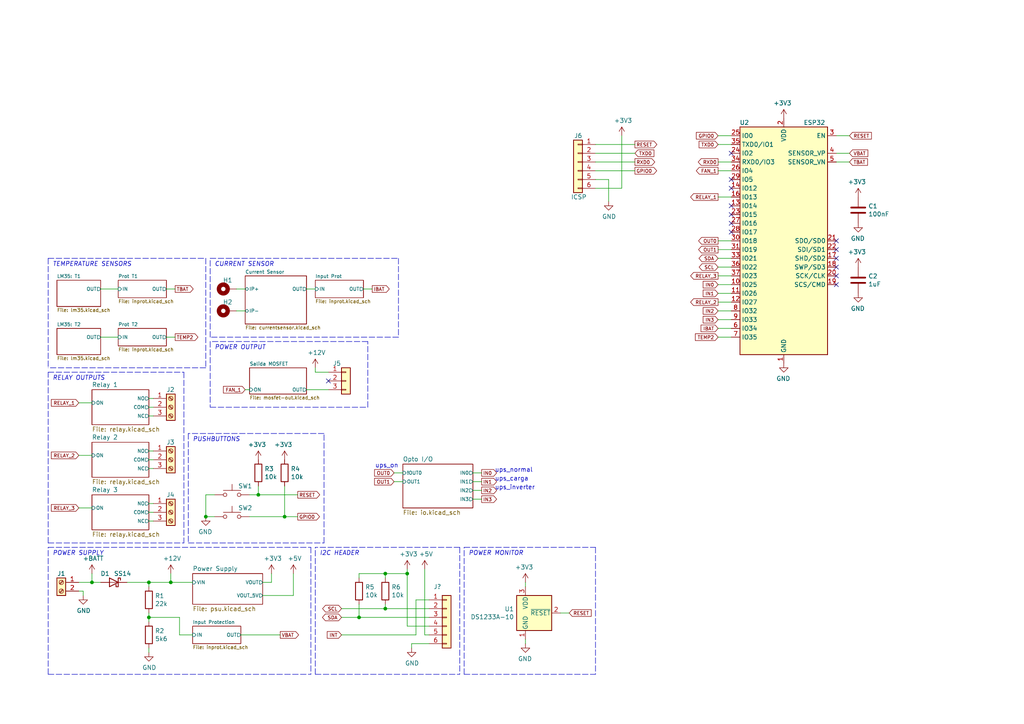
<source format=kicad_sch>
(kicad_sch (version 20211123) (generator eeschema)
  (paper "A4")
  (title_block (title "ESP32-PLC") (date "2023-04-28") (rev "0.1") (comment 1 "https://github.com/enriquewph/esp-plc"))
  (lib_symbols
    (symbol "Connector:Screw_Terminal_01x02" (pin_names (offset 1.016) hide)
      (property "Reference" "J" (at 0 2.54 0))
      (property "Value" "Screw_Terminal_01x02" (at 0 -5.08 0))
      (symbol "Screw_Terminal_01x02_1_1"
        (rectangle (start -1.27 1.27) (end 1.27 -3.81) (stroke (width 0.254)) (fill (type background)))
        (circle (center 0 -2.54) (radius 0.635) (stroke (width 0.1524)))
        (polyline (pts (xy -0.5334 -2.2098) (xy 0.3302 -3.048)) (stroke (width 0.1524)))
        (polyline (pts (xy -0.5334 0.3302) (xy 0.3302 -0.508)) (stroke (width 0.1524)))
        (polyline (pts (xy -0.3556 -2.032) (xy 0.508 -2.8702)) (stroke (width 0.1524)))
        (polyline (pts (xy -0.3556 0.508) (xy 0.508 -0.3302)) (stroke (width 0.1524)))
        (circle (center 0 0) (radius 0.635) (stroke (width 0.1524)))
        (pin passive line (at -5.08 0 0) (length 3.81) (name "Pin_1") (number "1"))
        (pin passive line (at -5.08 -2.54 0) (length 3.81) (name "Pin_2") (number "2"))
      )
    )
    (symbol "Connector:Screw_Terminal_01x03" (pin_names (offset 1.016) hide)
      (property "Reference" "J" (at 0 5.08 0))
      (property "Value" "Screw_Terminal_01x03" (at 0 -5.08 0))
      (symbol "Screw_Terminal_01x03_1_1"
        (rectangle (start -1.27 3.81) (end 1.27 -3.81) (stroke (width 0.254)) (fill (type background)))
        (circle (center 0 -2.54) (radius 0.635) (stroke (width 0.1524)))
        (polyline (pts (xy -0.5334 -2.2098) (xy 0.3302 -3.048)) (stroke (width 0.1524)))
        (polyline (pts (xy -0.5334 0.3302) (xy 0.3302 -0.508)) (stroke (width 0.1524)))
        (polyline (pts (xy -0.5334 2.8702) (xy 0.3302 2.032)) (stroke (width 0.1524)))
        (polyline (pts (xy -0.3556 -2.032) (xy 0.508 -2.8702)) (stroke (width 0.1524)))
        (polyline (pts (xy -0.3556 0.508) (xy 0.508 -0.3302)) (stroke (width 0.1524)))
        (polyline (pts (xy -0.3556 3.048) (xy 0.508 2.2098)) (stroke (width 0.1524)))
        (circle (center 0 0) (radius 0.635) (stroke (width 0.1524)))
        (circle (center 0 2.54) (radius 0.635) (stroke (width 0.1524)))
        (pin passive line (at -5.08 2.54 0) (length 3.81) (name "Pin_1") (number "1"))
        (pin passive line (at -5.08 0 0) (length 3.81) (name "Pin_2") (number "2"))
        (pin passive line (at -5.08 -2.54 0) (length 3.81) (name "Pin_3") (number "3"))
      )
    )
    (symbol "Connector_Generic:Conn_01x03" (pin_names (offset 1.016) hide)
      (property "Reference" "J" (at 0 5.08 0))
      (property "Value" "Conn_01x03" (at 0 -5.08 0))
      (symbol "Conn_01x03_1_1"
        (rectangle (start -1.27 -2.413) (end 0 -2.667) (stroke (width 0.1524)))
        (rectangle (start -1.27 0.127) (end 0 -0.127) (stroke (width 0.1524)))
        (rectangle (start -1.27 2.667) (end 0 2.413) (stroke (width 0.1524)))
        (rectangle (start -1.27 3.81) (end 1.27 -3.81) (stroke (width 0.254)) (fill (type background)))
        (pin passive line (at -5.08 2.54 0) (length 3.81) (name "Pin_1") (number "1"))
        (pin passive line (at -5.08 0 0) (length 3.81) (name "Pin_2") (number "2"))
        (pin passive line (at -5.08 -2.54 0) (length 3.81) (name "Pin_3") (number "3"))
      )
    )
    (symbol "Connector_Generic:Conn_01x06" (pin_names (offset 1.016) hide)
      (property "Reference" "J" (at 0 7.62 0))
      (property "Value" "Conn_01x06" (at 0 -10.16 0))
      (symbol "Conn_01x06_1_1"
        (rectangle (start -1.27 -7.493) (end 0 -7.747) (stroke (width 0.1524)))
        (rectangle (start -1.27 -4.953) (end 0 -5.207) (stroke (width 0.1524)))
        (rectangle (start -1.27 -2.413) (end 0 -2.667) (stroke (width 0.1524)))
        (rectangle (start -1.27 0.127) (end 0 -0.127) (stroke (width 0.1524)))
        (rectangle (start -1.27 2.667) (end 0 2.413) (stroke (width 0.1524)))
        (rectangle (start -1.27 5.207) (end 0 4.953) (stroke (width 0.1524)))
        (rectangle (start -1.27 6.35) (end 1.27 -8.89) (stroke (width 0.254)) (fill (type background)))
        (pin passive line (at -5.08 5.08 0) (length 3.81) (name "Pin_1") (number "1"))
        (pin passive line (at -5.08 2.54 0) (length 3.81) (name "Pin_2") (number "2"))
        (pin passive line (at -5.08 0 0) (length 3.81) (name "Pin_3") (number "3"))
        (pin passive line (at -5.08 -2.54 0) (length 3.81) (name "Pin_4") (number "4"))
        (pin passive line (at -5.08 -5.08 0) (length 3.81) (name "Pin_5") (number "5"))
        (pin passive line (at -5.08 -7.62 0) (length 3.81) (name "Pin_6") (number "6"))
      )
    )
    (symbol "Device:C" (pin_numbers hide) (pin_names (offset 0.254))
      (property "Reference" "C" (at 0.635 2.54 0))
      (property "Value" "C" (at 0.635 -2.54 0))
      (symbol "C_0_1"
        (polyline (pts (xy -2.032 -0.762) (xy 2.032 -0.762)) (stroke (width 0.508)))
        (polyline (pts (xy -2.032 0.762) (xy 2.032 0.762)) (stroke (width 0.508)))
      )
      (symbol "C_1_1"
        (pin passive line (at 0 3.81 270) (length 2.794) (name "~") (number "1"))
        (pin passive line (at 0 -3.81 90) (length 2.794) (name "~") (number "2"))
      )
    )
    (symbol "Device:R" (pin_numbers hide) (pin_names (offset 0))
      (property "Reference" "R" (at 2.032 0 90))
      (property "Value" "R" (at 0 0 90))
      (symbol "R_0_1"
        (rectangle (start -1.016 -2.54) (end 1.016 2.54) (stroke (width 0.254)))
      )
      (symbol "R_1_1"
        (pin passive line (at 0 3.81 270) (length 1.27) (name "~") (number "1"))
        (pin passive line (at 0 -3.81 90) (length 1.27) (name "~") (number "2"))
      )
    )
    (symbol "Diode:B140-E3" (pin_numbers hide) (pin_names hide)
      (property "Reference" "D" (at 0 2.54 0))
      (property "Value" "B140-E3" (at 0 -2.54 0))
      (symbol "B140-E3_0_1"
        (polyline (pts (xy 1.27 0) (xy -1.27 0)))
        (polyline (pts (xy 1.27 1.27) (xy 1.27 -1.27) (xy -1.27 0) (xy 1.27 1.27)) (stroke (width 0.254)))
        (polyline (pts (xy -1.905 0.635) (xy -1.905 1.27) (xy -1.27 1.27) (xy -1.27 -1.27) (xy -0.635 -1.27) (xy -0.635 -0.635)) (stroke (width 0.254)))
      )
      (symbol "B140-E3_1_1"
        (pin passive line (at -3.81 0 0) (length 2.54) (name "K") (number "1"))
        (pin passive line (at 3.81 0 180) (length 2.54) (name "A") (number "2"))
      )
    )
    (symbol "Mechanical:MountingHole_Pad" (pin_numbers hide) (pin_names (offset 1.016) hide)
      (property "Reference" "H" (at 0 6.35 0))
      (property "Value" "MountingHole_Pad" (at 0 4.445 0))
      (symbol "MountingHole_Pad_0_1"
        (circle (center 0 1.27) (radius 1.27) (stroke (width 1.27)))
      )
      (symbol "MountingHole_Pad_1_1"
        (pin input line (at 0 -2.54 90) (length 2.54) (name "1") (number "1"))
      )
    )
    (symbol "RF_Module:ESP32-WROOM-32"
      (property "Reference" "U" (at -12.7 34.29 0))
      (property "Value" "ESP32-WROOM-32" (at 1.27 34.29 0))
      (symbol "ESP32-WROOM-32_0_1"
        (rectangle (start -12.7 33.02) (end 12.7 -33.02) (stroke (width 0.254)) (fill (type background)))
      )
      (symbol "ESP32-WROOM-32_1_1"
        (pin power_in line (at 0 -35.56 90) (length 2.54) (name "GND") (number "1"))
        (pin bidirectional line (at 15.24 -12.7 180) (length 2.54) (name "IO25") (number "10"))
        (pin bidirectional line (at 15.24 -15.24 180) (length 2.54) (name "IO26") (number "11"))
        (pin bidirectional line (at 15.24 -17.78 180) (length 2.54) (name "IO27") (number "12"))
        (pin bidirectional line (at 15.24 10.16 180) (length 2.54) (name "IO14") (number "13"))
        (pin bidirectional line (at 15.24 15.24 180) (length 2.54) (name "IO12") (number "14"))
        (pin passive line (at 0 -35.56 90) (length 2.54) hide (name "GND") (number "15"))
        (pin bidirectional line (at 15.24 12.7 180) (length 2.54) (name "IO13") (number "16"))
        (pin bidirectional line (at -15.24 -5.08 0) (length 2.54) (name "SHD/SD2") (number "17"))
        (pin bidirectional line (at -15.24 -7.62 0) (length 2.54) (name "SWP/SD3") (number "18"))
        (pin bidirectional line (at -15.24 -12.7 0) (length 2.54) (name "SCS/CMD") (number "19"))
        (pin power_in line (at 0 35.56 270) (length 2.54) (name "VDD") (number "2"))
        (pin bidirectional line (at -15.24 -10.16 0) (length 2.54) (name "SCK/CLK") (number "20"))
        (pin bidirectional line (at -15.24 0 0) (length 2.54) (name "SDO/SD0") (number "21"))
        (pin bidirectional line (at -15.24 -2.54 0) (length 2.54) (name "SDI/SD1") (number "22"))
        (pin bidirectional line (at 15.24 7.62 180) (length 2.54) (name "IO15") (number "23"))
        (pin bidirectional line (at 15.24 25.4 180) (length 2.54) (name "IO2") (number "24"))
        (pin bidirectional line (at 15.24 30.48 180) (length 2.54) (name "IO0") (number "25"))
        (pin bidirectional line (at 15.24 20.32 180) (length 2.54) (name "IO4") (number "26"))
        (pin bidirectional line (at 15.24 5.08 180) (length 2.54) (name "IO16") (number "27"))
        (pin bidirectional line (at 15.24 2.54 180) (length 2.54) (name "IO17") (number "28"))
        (pin bidirectional line (at 15.24 17.78 180) (length 2.54) (name "IO5") (number "29"))
        (pin input line (at -15.24 30.48 0) (length 2.54) (name "EN") (number "3"))
        (pin bidirectional line (at 15.24 0 180) (length 2.54) (name "IO18") (number "30"))
        (pin bidirectional line (at 15.24 -2.54 180) (length 2.54) (name "IO19") (number "31"))
        (pin no_connect line (at -12.7 -27.94 0) (length 2.54) hide (name "NC") (number "32"))
        (pin bidirectional line (at 15.24 -5.08 180) (length 2.54) (name "IO21") (number "33"))
        (pin bidirectional line (at 15.24 22.86 180) (length 2.54) (name "RXD0/IO3") (number "34"))
        (pin bidirectional line (at 15.24 27.94 180) (length 2.54) (name "TXD0/IO1") (number "35"))
        (pin bidirectional line (at 15.24 -7.62 180) (length 2.54) (name "IO22") (number "36"))
        (pin bidirectional line (at 15.24 -10.16 180) (length 2.54) (name "IO23") (number "37"))
        (pin passive line (at 0 -35.56 90) (length 2.54) hide (name "GND") (number "38"))
        (pin passive line (at 0 -35.56 90) (length 2.54) hide (name "GND") (number "39"))
        (pin input line (at -15.24 25.4 0) (length 2.54) (name "SENSOR_VP") (number "4"))
        (pin input line (at -15.24 22.86 0) (length 2.54) (name "SENSOR_VN") (number "5"))
        (pin input line (at 15.24 -25.4 180) (length 2.54) (name "IO34") (number "6"))
        (pin input line (at 15.24 -27.94 180) (length 2.54) (name "IO35") (number "7"))
        (pin bidirectional line (at 15.24 -20.32 180) (length 2.54) (name "IO32") (number "8"))
        (pin bidirectional line (at 15.24 -22.86 180) (length 2.54) (name "IO33") (number "9"))
      )
    )
    (symbol "Switch:SW_Push" (pin_numbers hide) (pin_names (offset 1.016) hide)
      (property "Reference" "SW" (at 1.27 2.54 0))
      (property "Value" "SW_Push" (at 0 -1.524 0))
      (symbol "SW_Push_0_1"
        (circle (center -2.032 0) (radius 0.508))
        (polyline (pts (xy 0 1.27) (xy 0 3.048)))
        (polyline (pts (xy 2.54 1.27) (xy -2.54 1.27)))
        (circle (center 2.032 0) (radius 0.508))
        (pin passive line (at -5.08 0 0) (length 2.54) (name "1") (number "1"))
        (pin passive line (at 5.08 0 180) (length 2.54) (name "2") (number "2"))
      )
    )
    (symbol "components:DS1233" (pin_names (offset 0.254))
      (property "Reference" "U" (at 2.54 8.89 0))
      (property "Value" "DS1233" (at 2.54 6.35 0))
      (symbol "DS1233_0_1"
        (rectangle (start -2.54 5.08) (end 7.62 -5.08) (stroke (width 0.254)) (fill (type background)))
      )
      (symbol "DS1233_1_1"
        (pin power_in line (at 0 -7.62 90) (length 2.54) (name "GND") (number "1"))
        (pin open_collector line (at 10.16 0 180) (length 2.54) (name "~{RESET}") (number "2"))
        (pin power_in line (at 0 7.62 270) (length 2.54) (name "VDD") (number "3"))
      )
    )
    (symbol "power:+12V" (power) (pin_names (offset 0))
      (property "Value" "+12V" (at 0 3.556 0))
      (symbol "+12V_0_1"
        (polyline (pts (xy -0.762 1.27) (xy 0 2.54)))
        (polyline (pts (xy 0 0) (xy 0 2.54)))
        (polyline (pts (xy 0 2.54) (xy 0.762 1.27)))
      )
      (symbol "+12V_1_1"
        (pin power_in line (at 0 0 90) (length 0) hide (name "+12V") (number "1"))
      )
    )
    (symbol "power:+3V3" (power) (pin_names (offset 0))
      (property "Value" "+3V3" (at 0 3.556 0))
      (symbol "+3V3_0_1"
        (polyline (pts (xy -0.762 1.27) (xy 0 2.54)))
        (polyline (pts (xy 0 0) (xy 0 2.54)))
        (polyline (pts (xy 0 2.54) (xy 0.762 1.27)))
      )
      (symbol "+3V3_1_1"
        (pin power_in line (at 0 0 90) (length 0) hide (name "+3V3") (number "1"))
      )
    )
    (symbol "power:+5V" (power) (pin_names (offset 0))
      (property "Value" "+5V" (at 0 3.556 0))
      (symbol "+5V_0_1"
        (polyline (pts (xy -0.762 1.27) (xy 0 2.54)))
        (polyline (pts (xy 0 0) (xy 0 2.54)))
        (polyline (pts (xy 0 2.54) (xy 0.762 1.27)))
      )
      (symbol "+5V_1_1"
        (pin power_in line (at 0 0 90) (length 0) hide (name "+5V") (number "1"))
      )
    )
    (symbol "power:+BATT" (power) (pin_names (offset 0))
      (property "Value" "+BATT" (at 0 3.556 0))
      (symbol "+BATT_0_1"
        (polyline (pts (xy -0.762 1.27) (xy 0 2.54)))
        (polyline (pts (xy 0 0) (xy 0 2.54)))
        (polyline (pts (xy 0 2.54) (xy 0.762 1.27)))
      )
      (symbol "+BATT_1_1"
        (pin power_in line (at 0 0 90) (length 0) hide (name "+BATT") (number "1"))
      )
    )
    (symbol "power:GND" (power) (pin_names (offset 0))
      (property "Value" "GND" (at 0 -3.81 0))
      (symbol "GND_0_1"
        (polyline (pts (xy 0 0) (xy 0 -1.27) (xy 1.27 -1.27) (xy 0 -2.54) (xy -1.27 -1.27) (xy 0 -1.27)))
      )
      (symbol "GND_1_1"
        (pin power_in line (at 0 0 270) (length 0) hide (name "GND") (number "1"))
      )
    )
  )
  (junction (at 82.55 149.86))
  (junction (at 43.18 168.91))
  (junction (at 49.53 168.91))
  (junction (at 43.18 179.07))
  (junction (at 118.11 166.37))
  (junction (at 104.14 179.07))
  (junction (at 74.93 143.51))
  (junction (at 111.76 176.53))
  (junction (at 26.67 168.91))
  (junction (at 111.76 166.37))
  (junction (at 59.69 149.86))
  (no_connect (at 212.09 67.31))
  (no_connect (at 242.57 72.39))
  (no_connect (at 212.09 52.07))
  (no_connect (at 242.57 69.85))
  (no_connect (at 242.57 80.01))
  (no_connect (at 212.09 44.45))
  (no_connect (at 242.57 77.47))
  (no_connect (at 242.57 82.55))
  (no_connect (at 212.09 64.77))
  (no_connect (at 212.09 62.23))
  (no_connect (at 212.09 59.69))
  (no_connect (at 212.09 54.61))
  (no_connect (at 242.57 74.93))
  (no_connect (at 95.25 110.49))
  (wire (pts (xy 208.28 92.71) (xy 212.09 92.71)))
  (wire (pts (xy 123.19 184.15) (xy 124.46 184.15)))
  (wire (pts (xy 208.28 74.93) (xy 212.09 74.93)))
  (wire (pts (xy 22.86 116.84) (xy 26.67 116.84)))
  (polyline (pts (xy 59.69 106.68) (xy 13.97 106.68)))
  (wire (pts (xy 208.28 77.47) (xy 212.09 77.47)))
  (wire (pts (xy 43.18 120.65) (xy 44.45 120.65)))
  (wire (pts (xy 208.28 90.17) (xy 212.09 90.17)))
  (polyline (pts (xy 13.97 74.93) (xy 13.97 106.68)))
  (wire (pts (xy 152.4 168.91) (xy 152.4 170.18)))
  (wire (pts (xy 118.11 166.37) (xy 118.11 165.1)))
  (wire (pts (xy 68.58 90.17) (xy 71.12 90.17)))
  (wire (pts (xy 78.74 168.91) (xy 76.2 168.91)))
  (wire (pts (xy 36.83 168.91) (xy 43.18 168.91)))
  (wire (pts (xy 111.76 175.26) (xy 111.76 176.53)))
  (wire (pts (xy 172.72 44.45) (xy 184.15 44.45)))
  (wire (pts (xy 71.12 113.03) (xy 72.39 113.03)))
  (wire (pts (xy 52.07 184.15) (xy 52.07 179.07)))
  (wire (pts (xy 91.44 106.68) (xy 91.44 107.95)))
  (polyline (pts (xy 60.96 118.11) (xy 106.68 118.11)))
  (wire (pts (xy 59.69 143.51) (xy 62.23 143.51)))
  (wire (pts (xy 29.21 83.82) (xy 34.29 83.82)))
  (polyline (pts (xy 13.97 107.95) (xy 53.34 107.95)))
  (polyline (pts (xy 60.96 74.93) (xy 115.57 74.93)))
  (polyline (pts (xy 133.35 158.75) (xy 91.44 158.75)))
  (wire (pts (xy 208.28 95.25) (xy 212.09 95.25)))
  (wire (pts (xy 208.28 97.79) (xy 212.09 97.79)))
  (wire (pts (xy 86.36 149.86) (xy 82.55 149.86)))
  (wire (pts (xy 43.18 115.57) (xy 44.45 115.57)))
  (wire (pts (xy 99.06 184.15) (xy 120.65 184.15)))
  (wire (pts (xy 120.65 184.15) (xy 120.65 173.99)))
  (polyline (pts (xy 115.57 74.93) (xy 115.57 97.79)))
  (wire (pts (xy 118.11 181.61) (xy 124.46 181.61)))
  (wire (pts (xy 172.72 54.61) (xy 180.34 54.61)))
  (wire (pts (xy 119.38 187.96) (xy 119.38 186.69)))
  (polyline (pts (xy 172.72 158.75) (xy 172.72 195.58)))
  (wire (pts (xy 208.28 82.55) (xy 212.09 82.55)))
  (wire (pts (xy 212.09 57.15) (xy 208.28 57.15)))
  (polyline (pts (xy 133.35 158.75) (xy 133.35 195.58)))
  (wire (pts (xy 104.14 179.07) (xy 124.46 179.07)))
  (polyline (pts (xy 134.62 195.58) (xy 134.62 158.75)))
  (wire (pts (xy 43.18 168.91) (xy 49.53 168.91)))
  (wire (pts (xy 85.09 166.37) (xy 85.09 172.72)))
  (wire (pts (xy 242.57 46.99) (xy 246.38 46.99)))
  (polyline (pts (xy 115.57 97.79) (xy 60.96 97.79)))
  (polyline (pts (xy 13.97 157.48) (xy 53.34 157.48)))
  (wire (pts (xy 208.28 85.09) (xy 212.09 85.09)))
  (wire (pts (xy 123.19 165.1) (xy 123.19 184.15)))
  (wire (pts (xy 137.16 137.16) (xy 139.7 137.16)))
  (wire (pts (xy 176.53 52.07) (xy 176.53 58.42)))
  (wire (pts (xy 104.14 175.26) (xy 104.14 179.07)))
  (polyline (pts (xy 13.97 74.93) (xy 59.69 74.93)))
  (wire (pts (xy 208.28 69.85) (xy 212.09 69.85)))
  (wire (pts (xy 120.65 173.99) (xy 124.46 173.99)))
  (wire (pts (xy 43.18 177.8) (xy 43.18 179.07)))
  (wire (pts (xy 43.18 118.11) (xy 44.45 118.11)))
  (wire (pts (xy 88.9 113.03) (xy 95.25 113.03)))
  (wire (pts (xy 172.72 52.07) (xy 176.53 52.07)))
  (wire (pts (xy 43.18 189.23) (xy 43.18 187.96)))
  (wire (pts (xy 172.72 41.91) (xy 184.15 41.91)))
  (wire (pts (xy 99.06 176.53) (xy 111.76 176.53)))
  (wire (pts (xy 22.86 147.32) (xy 26.67 147.32)))
  (polyline (pts (xy 93.98 125.73) (xy 54.61 125.73)))
  (polyline (pts (xy 13.97 158.75) (xy 90.17 158.75)))
  (wire (pts (xy 52.07 179.07) (xy 43.18 179.07)))
  (polyline (pts (xy 106.68 118.11) (xy 106.68 99.06)))
  (wire (pts (xy 43.18 146.05) (xy 44.45 146.05)))
  (wire (pts (xy 111.76 167.64) (xy 111.76 166.37)))
  (wire (pts (xy 22.86 168.91) (xy 26.67 168.91)))
  (wire (pts (xy 208.28 49.53) (xy 212.09 49.53)))
  (wire (pts (xy 119.38 186.69) (xy 124.46 186.69)))
  (wire (pts (xy 137.16 144.78) (xy 139.7 144.78)))
  (polyline (pts (xy 60.96 97.79) (xy 60.96 74.93)))
  (wire (pts (xy 81.28 184.15) (xy 69.85 184.15)))
  (polyline (pts (xy 54.61 157.48) (xy 93.98 157.48)))
  (wire (pts (xy 246.38 39.37) (xy 242.57 39.37)))
  (wire (pts (xy 137.16 139.7) (xy 139.7 139.7)))
  (wire (pts (xy 43.18 148.59) (xy 44.45 148.59)))
  (wire (pts (xy 114.3 139.7) (xy 116.84 139.7)))
  (wire (pts (xy 246.38 44.45) (xy 242.57 44.45)))
  (wire (pts (xy 43.18 133.35) (xy 44.45 133.35)))
  (wire (pts (xy 172.72 49.53) (xy 184.15 49.53)))
  (wire (pts (xy 59.69 149.86) (xy 59.69 143.51)))
  (polyline (pts (xy 134.62 158.75) (xy 172.72 158.75)))
  (wire (pts (xy 68.58 83.82) (xy 71.12 83.82)))
  (wire (pts (xy 104.14 166.37) (xy 111.76 166.37)))
  (wire (pts (xy 180.34 54.61) (xy 180.34 39.37)))
  (wire (pts (xy 49.53 166.37) (xy 49.53 168.91)))
  (wire (pts (xy 43.18 135.89) (xy 44.45 135.89)))
  (wire (pts (xy 24.13 171.45) (xy 24.13 172.72)))
  (polyline (pts (xy 13.97 195.58) (xy 90.17 195.58)))
  (wire (pts (xy 105.41 83.82) (xy 107.95 83.82)))
  (wire (pts (xy 104.14 167.64) (xy 104.14 166.37)))
  (polyline (pts (xy 53.34 107.95) (xy 53.34 157.48)))
  (polyline (pts (xy 90.17 158.75) (xy 90.17 195.58)))
  (polyline (pts (xy 106.68 99.06) (xy 60.96 99.06)))
  (wire (pts (xy 208.28 41.91) (xy 212.09 41.91)))
  (polyline (pts (xy 91.44 195.58) (xy 133.35 195.58)))
  (wire (pts (xy 165.1 177.8) (xy 162.56 177.8)))
  (wire (pts (xy 208.28 72.39) (xy 212.09 72.39)))
  (polyline (pts (xy 59.69 74.93) (xy 59.69 106.68)))
  (polyline (pts (xy 60.96 99.06) (xy 60.96 118.11)))
  (wire (pts (xy 26.67 166.37) (xy 26.67 168.91)))
  (wire (pts (xy 43.18 170.18) (xy 43.18 168.91)))
  (polyline (pts (xy 93.98 157.48) (xy 93.98 125.73)))
  (wire (pts (xy 74.93 140.97) (xy 74.93 143.51)))
  (wire (pts (xy 43.18 130.81) (xy 44.45 130.81)))
  (wire (pts (xy 29.21 97.79) (xy 34.29 97.79)))
  (wire (pts (xy 91.44 83.82) (xy 88.9 83.82)))
  (wire (pts (xy 43.18 151.13) (xy 44.45 151.13)))
  (wire (pts (xy 48.26 83.82) (xy 50.8 83.82)))
  (wire (pts (xy 85.09 172.72) (xy 76.2 172.72)))
  (wire (pts (xy 208.28 80.01) (xy 212.09 80.01)))
  (wire (pts (xy 22.86 132.08) (xy 26.67 132.08)))
  (wire (pts (xy 111.76 166.37) (xy 118.11 166.37)))
  (wire (pts (xy 208.28 39.37) (xy 212.09 39.37)))
  (wire (pts (xy 72.39 149.86) (xy 82.55 149.86)))
  (wire (pts (xy 55.88 184.15) (xy 52.07 184.15)))
  (wire (pts (xy 43.18 179.07) (xy 43.18 180.34)))
  (wire (pts (xy 118.11 166.37) (xy 118.11 181.61)))
  (wire (pts (xy 26.67 168.91) (xy 29.21 168.91)))
  (polyline (pts (xy 134.62 195.58) (xy 172.72 195.58)))
  (wire (pts (xy 48.26 97.79) (xy 50.8 97.79)))
  (wire (pts (xy 78.74 166.37) (xy 78.74 168.91)))
  (polyline (pts (xy 13.97 195.58) (xy 13.97 158.75)))
  (wire (pts (xy 172.72 46.99) (xy 184.15 46.99)))
  (wire (pts (xy 91.44 107.95) (xy 95.25 107.95)))
  (wire (pts (xy 59.69 149.86) (xy 62.23 149.86)))
  (wire (pts (xy 208.28 87.63) (xy 212.09 87.63)))
  (polyline (pts (xy 54.61 125.73) (xy 54.61 157.48)))
  (wire (pts (xy 86.36 143.51) (xy 74.93 143.51)))
  (polyline (pts (xy 91.44 195.58) (xy 91.44 158.75)))
  (wire (pts (xy 152.4 186.69) (xy 152.4 185.42)))
  (wire (pts (xy 49.53 168.91) (xy 55.88 168.91)))
  (wire (pts (xy 208.28 46.99) (xy 212.09 46.99)))
  (wire (pts (xy 137.16 142.24) (xy 139.7 142.24)))
  (wire (pts (xy 22.86 171.45) (xy 24.13 171.45)))
  (wire (pts (xy 111.76 176.53) (xy 124.46 176.53)))
  (polyline (pts (xy 13.97 157.48) (xy 13.97 107.95)))
  (wire (pts (xy 99.06 179.07) (xy 104.14 179.07)))
  (wire (pts (xy 114.3 137.16) (xy 116.84 137.16)))
  (wire (pts (xy 82.55 149.86) (xy 82.55 140.97)))
  (wire (pts (xy 74.93 143.51) (xy 72.39 143.51)))
  (text "POWER SUPPLY" (at 15.24 161.29 0) (effects (font (size 1.27 1.27) italic) (justify left bottom)))
  (text "I2C HEADER" (at 92.71 161.29 0) (effects (font (size 1.27 1.27) italic) (justify left bottom)))
  (text "ups_normal" (at 143.51 137.16 0) (effects (font (size 1.27 1.27)) (justify left bottom)))
  (text "PUSHBUTTONS" (at 55.88 128.27 0) (effects (font (size 1.27 1.27) italic) (justify left bottom)))
  (text "POWER OUTPUT" (at 62.23 101.6 0) (effects (font (size 1.27 1.27) italic) (justify left bottom)))
  (text "ups_carga" (at 143.51 139.7 0) (effects (font (size 1.27 1.27)) (justify left bottom)))
  (text "ups_on" (at 115.57 135.89 180) (effects (font (size 1.27 1.27)) (justify right bottom)))
  (text "POWER MONITOR" (at 135.89 161.29 0) (effects (font (size 1.27 1.27) italic) (justify left bottom)))
  (text "RELAY OUTPUTS" (at 15.24 110.49 0) (effects (font (size 1.27 1.27) italic) (justify left bottom)))
  (text "ups_inverter" (at 143.51 142.24 0) (effects (font (size 1.27 1.27)) (justify left bottom)))
  (text "CURRENT SENSOR" (at 62.23 77.47 0) (effects (font (size 1.27 1.27) italic) (justify left bottom)))
  (text "TEMPERATURE SENSORS" (at 15.24 77.47 0) (effects (font (size 1.27 1.27) italic) (justify left bottom)))
  (global_label "RELAY_1" (shape input) (at 22.86 116.84 180) (effects (font (size 0.9906 0.9906))) (property "Intersheet References" "${INTERSHEET_REFS}" (effects hide)))
  (global_label "FAN_1" (shape input) (at 71.12 113.03 180) (effects (font (size 0.9906 0.9906))) (property "Intersheet References" "${INTERSHEET_REFS}" (effects hide)))
  (global_label "IN3" (shape input) (at 208.28 92.71 180) (effects (font (size 0.9906 0.9906))) (property "Intersheet References" "${INTERSHEET_REFS}" (effects hide)))
  (global_label "IBAT" (shape input) (at 208.28 95.25 180) (effects (font (size 0.9906 0.9906))) (property "Intersheet References" "${INTERSHEET_REFS}" (effects hide)))
  (global_label "SDA" (shape bidirectional) (at 208.28 74.93 180) (effects (font (size 0.9906 0.9906))) (property "Intersheet References" "${INTERSHEET_REFS}" (effects hide)))
  (global_label "IN2" (shape output) (at 139.7 142.24 0) (effects (font (size 0.9906 0.9906))) (property "Intersheet References" "${INTERSHEET_REFS}" (effects hide)))
  (global_label "OUT0" (shape output) (at 208.28 69.85 180) (effects (font (size 0.9906 0.9906))) (property "Intersheet References" "${INTERSHEET_REFS}" (effects hide)))
  (global_label "RESET" (shape output) (at 86.36 143.51 0) (effects (font (size 0.9906 0.9906))) (property "Intersheet References" "${INTERSHEET_REFS}" (effects hide)))
  (global_label "RELAY_2" (shape input) (at 22.86 132.08 180) (effects (font (size 0.9906 0.9906))) (property "Intersheet References" "${INTERSHEET_REFS}" (effects hide)))
  (global_label "TXD0" (shape input) (at 184.15 44.45 0) (effects (font (size 0.9906 0.9906))) (property "Intersheet References" "${INTERSHEET_REFS}" (effects hide)))
  (global_label "TEMP2" (shape output) (at 50.8 97.79 0) (effects (font (size 0.9906 0.9906))) (property "Intersheet References" "${INTERSHEET_REFS}" (effects hide)))
  (global_label "OUT1" (shape output) (at 208.28 72.39 180) (effects (font (size 0.9906 0.9906))) (property "Intersheet References" "${INTERSHEET_REFS}" (effects hide)))
  (global_label "TXD0" (shape input) (at 208.28 41.91 180) (effects (font (size 0.9906 0.9906))) (property "Intersheet References" "${INTERSHEET_REFS}" (effects hide)))
  (global_label "GPIO0" (shape input) (at 208.28 39.37 180) (effects (font (size 0.9906 0.9906))) (property "Intersheet References" "${INTERSHEET_REFS}" (effects hide)))
  (global_label "SCL" (shape bidirectional) (at 99.06 176.53 180) (effects (font (size 0.9906 0.9906))) (property "Intersheet References" "${INTERSHEET_REFS}" (effects hide)))
  (global_label "IN0" (shape input) (at 208.28 82.55 180) (effects (font (size 0.9906 0.9906))) (property "Intersheet References" "${INTERSHEET_REFS}" (effects hide)))
  (global_label "GPIO0" (shape output) (at 86.36 149.86 0) (effects (font (size 0.9906 0.9906))) (property "Intersheet References" "${INTERSHEET_REFS}" (effects hide)))
  (global_label "TEMP2" (shape input) (at 208.28 97.79 180) (effects (font (size 0.9906 0.9906))) (property "Intersheet References" "${INTERSHEET_REFS}" (effects hide)))
  (global_label "TBAT" (shape output) (at 50.8 83.82 0) (effects (font (size 0.9906 0.9906))) (property "Intersheet References" "${INTERSHEET_REFS}" (effects hide)))
  (global_label "OUT0" (shape input) (at 114.3 137.16 180) (effects (font (size 0.9906 0.9906))) (property "Intersheet References" "${INTERSHEET_REFS}" (effects hide)))
  (global_label "SDA" (shape bidirectional) (at 99.06 179.07 180) (effects (font (size 0.9906 0.9906))) (property "Intersheet References" "${INTERSHEET_REFS}" (effects hide)))
  (global_label "IN3" (shape output) (at 139.7 144.78 0) (effects (font (size 0.9906 0.9906))) (property "Intersheet References" "${INTERSHEET_REFS}" (effects hide)))
  (global_label "INT" (shape input) (at 99.06 184.15 180) (effects (font (size 0.9906 0.9906))) (property "Intersheet References" "${INTERSHEET_REFS}" (effects hide)))
  (global_label "GPIO0" (shape output) (at 184.15 49.53 0) (effects (font (size 0.9906 0.9906))) (property "Intersheet References" "${INTERSHEET_REFS}" (effects hide)))
  (global_label "IN2" (shape input) (at 208.28 90.17 180) (effects (font (size 0.9906 0.9906))) (property "Intersheet References" "${INTERSHEET_REFS}" (effects hide)))
  (global_label "OUT1" (shape input) (at 114.3 139.7 180) (effects (font (size 0.9906 0.9906))) (property "Intersheet References" "${INTERSHEET_REFS}" (effects hide)))
  (global_label "RESET" (shape input) (at 246.38 39.37 0) (effects (font (size 0.9906 0.9906))) (property "Intersheet References" "${INTERSHEET_REFS}" (effects hide)))
  (global_label "IN0" (shape output) (at 139.7 137.16 0) (effects (font (size 0.9906 0.9906))) (property "Intersheet References" "${INTERSHEET_REFS}" (effects hide)))
  (global_label "RXD0" (shape output) (at 208.28 46.99 180) (effects (font (size 0.9906 0.9906))) (property "Intersheet References" "${INTERSHEET_REFS}" (effects hide)))
  (global_label "RELAY_2" (shape output) (at 208.28 87.63 180) (effects (font (size 0.9906 0.9906))) (property "Intersheet References" "${INTERSHEET_REFS}" (effects hide)))
  (global_label "RELAY_3" (shape input) (at 22.86 147.32 180) (effects (font (size 0.9906 0.9906))) (property "Intersheet References" "${INTERSHEET_REFS}" (effects hide)))
  (global_label "RELAY_3" (shape output) (at 208.28 80.01 180) (effects (font (size 0.9906 0.9906))) (property "Intersheet References" "${INTERSHEET_REFS}" (effects hide)))
  (global_label "RESET" (shape output) (at 184.15 41.91 0) (effects (font (size 0.9906 0.9906))) (property "Intersheet References" "${INTERSHEET_REFS}" (effects hide)))
  (global_label "IBAT" (shape output) (at 107.95 83.82 0) (effects (font (size 0.9906 0.9906))) (property "Intersheet References" "${INTERSHEET_REFS}" (effects hide)))
  (global_label "VBAT" (shape output) (at 81.28 184.15 0) (effects (font (size 0.9906 0.9906))) (property "Intersheet References" "${INTERSHEET_REFS}" (effects hide)))
  (global_label "VBAT" (shape input) (at 246.38 44.45 0) (effects (font (size 0.9906 0.9906))) (property "Intersheet References" "${INTERSHEET_REFS}" (effects hide)))
  (global_label "RXD0" (shape output) (at 184.15 46.99 0) (effects (font (size 0.9906 0.9906))) (property "Intersheet References" "${INTERSHEET_REFS}" (effects hide)))
  (global_label "RELAY_1" (shape output) (at 208.28 57.15 180) (effects (font (size 0.9906 0.9906))) (property "Intersheet References" "${INTERSHEET_REFS}" (effects hide)))
  (global_label "TBAT" (shape input) (at 246.38 46.99 0) (effects (font (size 0.9906 0.9906))) (property "Intersheet References" "${INTERSHEET_REFS}" (effects hide)))
  (global_label "IN1" (shape output) (at 139.7 139.7 0) (effects (font (size 0.9906 0.9906))) (property "Intersheet References" "${INTERSHEET_REFS}" (effects hide)))
  (global_label "IN1" (shape input) (at 208.28 85.09 180) (effects (font (size 0.9906 0.9906))) (property "Intersheet References" "${INTERSHEET_REFS}" (effects hide)))
  (global_label "FAN_1" (shape output) (at 208.28 49.53 180) (effects (font (size 0.9906 0.9906))) (property "Intersheet References" "${INTERSHEET_REFS}" (effects hide)))
  (global_label "SCL" (shape bidirectional) (at 208.28 77.47 180) (effects (font (size 0.9906 0.9906))) (property "Intersheet References" "${INTERSHEET_REFS}" (effects hide)))
  (global_label "RESET" (shape input) (at 165.1 177.8 0) (effects (font (size 0.9906 0.9906))) (property "Intersheet References" "${INTERSHEET_REFS}" (effects hide)))
  (symbol (lib_id "power:GND") (at 227.33 105.41 0) (mirror y) (unit 1)
    (property "Reference" "#PWR019" (effects hide))
    (property "Value" "GND" (at 227.203 109.8042 0))
  )
  (symbol (lib_id "power:+3V3") (at 227.33 34.29 0) (mirror y) (unit 1)
    (property "Reference" "#PWR018" (effects hide))
    (property "Value" "+3V3" (at 226.949 29.8958 0))
  )
  (symbol (lib_id "power:+5V") (at 123.19 165.1 0) (unit 1)
    (property "Reference" "#PWR013" (effects hide))
    (property "Value" "+5V" (at 123.571 160.7058 0))
  )
  (symbol (lib_id "Device:C") (at 248.92 60.96 0) (unit 1)
    (property "Reference" "C1" (at 251.841 59.7916 0) (effects (justify left)))
    (property "Value" "100nF" (at 251.841 62.103 0) (effects (justify left)))
    (property "Footprint" "Capacitor_SMD:C_1206_3216Metric_Pad1.33x1.80mm_HandSolder" (effects hide))
    (property "Datasheet" "https://www.yageo.com/upload/media/product/productsearch/datasheet/mlcc/UPY-GPHC_X7R_6.3V-to-50V_18.pdf" (effects hide))
    (property "Voltage" "50V" (effects hide))
    (property "manf#" "CC1206KRX7R9BB104" (effects hide))
  )
  (symbol (lib_id "power:GND") (at 248.92 64.77 0) (mirror y) (unit 1)
    (property "Reference" "#PWR021" (effects hide))
    (property "Value" "GND" (at 248.793 69.1642 0))
  )
  (symbol (lib_id "Diode:B140-E3") (at 33.02 168.91 0) (mirror y) (unit 1)
    (property "Reference" "D1" (at 30.48 166.37 0))
    (property "Value" "SS14" (at 35.56 166.37 0))
    (property "Footprint" "Diode_SMD:D_SMA_Handsoldering" (effects hide))
    (property "Datasheet" "https://www.onsemi.com/pdf/datasheet/ss19-d.pdf" (effects hide))
    (property "manf#" "SS14" (effects hide))
  )
  (symbol (lib_id "power:GND") (at 119.38 187.96 0) (unit 1)
    (property "Reference" "#PWR012" (effects hide))
    (property "Value" "GND" (at 119.507 192.3542 0))
  )
  (symbol (lib_id "power:+3V3") (at 118.11 165.1 0) (unit 1)
    (property "Reference" "#PWR011" (effects hide))
    (property "Value" "+3V3" (at 118.491 160.7058 0))
  )
  (symbol (lib_id "Device:R") (at 111.76 171.45 0) (unit 1)
    (property "Reference" "R6" (at 113.538 170.2816 0) (effects (justify left)))
    (property "Value" "10k" (at 113.538 172.593 0) (effects (justify left)))
    (property "Footprint" "Resistor_SMD:R_1206_3216Metric" (effects hide))
    (property "Datasheet" "https://www.yageo.com/upload/media/product/productsearch/datasheet/rchip/PYu-RC_Group_51_RoHS_L_11.pdf" (effects hide))
    (property "manf#" "RC1206FR-0710KL" (effects hide))
  )
  (symbol (lib_id "Device:R") (at 104.14 171.45 0) (unit 1)
    (property "Reference" "R5" (at 105.918 170.2816 0) (effects (justify left)))
    (property "Value" "10k" (at 105.918 172.593 0) (effects (justify left)))
    (property "Footprint" "Resistor_SMD:R_1206_3216Metric" (effects hide))
    (property "Datasheet" "https://www.yageo.com/upload/media/product/productsearch/datasheet/rchip/PYu-RC_Group_51_RoHS_L_11.pdf" (effects hide))
    (property "manf#" "RC1206FR-0710KL" (effects hide))
  )
  (symbol (lib_id "power:GND") (at 59.69 149.86 0) (mirror y) (unit 1)
    (property "Reference" "#PWR05" (effects hide))
    (property "Value" "GND" (at 59.563 154.2542 0))
  )
  (symbol (lib_id "Switch:SW_Push") (at 67.31 149.86 0) (unit 1)
    (property "Reference" "SW2" (at 71.12 147.32 0))
    (property "Value" "SW_Push" (effects hide))
    (property "Footprint" "Button_Switch_THT:SW_PUSH_6mm" (effects hide))
    (property "Datasheet" "https://www.te.com/commerce/DocumentDelivery/DDEController?Action=srchrtrv&DocNm=1825910&DocType=Customer+Drawing&DocLang=English" (effects hide))
    (property "manf#" "1-1825910-0" (effects hide))
  )
  (symbol (lib_id "Switch:SW_Push") (at 67.31 143.51 0) (unit 1)
    (property "Reference" "SW1" (at 71.12 140.97 0))
    (property "Value" "SW_Push" (effects hide))
    (property "Footprint" "Button_Switch_THT:SW_PUSH_6mm" (effects hide))
    (property "Datasheet" "https://www.te.com/commerce/DocumentDelivery/DDEController?Action=srchrtrv&DocNm=1825910&DocType=Customer+Drawing&DocLang=English" (effects hide))
    (property "manf#" "1-1825910-0" (effects hide))
  )
  (symbol (lib_id "Device:R") (at 74.93 137.16 0) (unit 1)
    (property "Reference" "R3" (at 76.708 135.9916 0) (effects (justify left)))
    (property "Value" "10k" (at 76.708 138.303 0) (effects (justify left)))
    (property "Footprint" "Resistor_SMD:R_1206_3216Metric" (effects hide))
    (property "Datasheet" "https://www.yageo.com/upload/media/product/productsearch/datasheet/rchip/PYu-RC_Group_51_RoHS_L_11.pdf" (effects hide))
    (property "manf#" "RC1206FR-0710KL" (effects hide))
  )
  (symbol (lib_id "Device:R") (at 82.55 137.16 0) (unit 1)
    (property "Reference" "R4" (at 84.328 135.9916 0) (effects (justify left)))
    (property "Value" "10k" (at 84.328 138.303 0) (effects (justify left)))
    (property "Footprint" "Resistor_SMD:R_1206_3216Metric" (effects hide))
    (property "Datasheet" "https://www.yageo.com/upload/media/product/productsearch/datasheet/rchip/PYu-RC_Group_51_RoHS_L_11.pdf" (effects hide))
    (property "manf#" "RC1206FR-0710KL" (effects hide))
  )
  (symbol (lib_id "power:+3V3") (at 74.93 133.35 0) (mirror y) (unit 1)
    (property "Reference" "#PWR06" (effects hide))
    (property "Value" "+3V3" (at 74.549 128.9558 0))
  )
  (symbol (lib_id "power:+3V3") (at 82.55 133.35 0) (mirror y) (unit 1)
    (property "Reference" "#PWR08" (effects hide))
    (property "Value" "+3V3" (at 82.169 128.9558 0))
  )
  (symbol (lib_id "Device:R") (at 43.18 173.99 0) (unit 1)
    (property "Reference" "R1" (at 44.958 172.8216 0) (effects (justify left)))
    (property "Value" "22k" (at 44.958 175.133 0) (effects (justify left)))
    (property "Footprint" "Resistor_SMD:R_1206_3216Metric" (effects hide))
    (property "Datasheet" "https://www.yageo.com/upload/media/product/productsearch/datasheet/rchip/PYu-RC_Group_51_RoHS_L_11.pdf" (effects hide))
    (property "manf#" "RC1206FR-0722KL" (effects hide))
  )
  (symbol (lib_id "Device:R") (at 43.18 184.15 0) (unit 1)
    (property "Reference" "R2" (at 44.958 182.9816 0) (effects (justify left)))
    (property "Value" "5k6" (at 44.958 185.293 0) (effects (justify left)))
    (property "Footprint" "Resistor_SMD:R_1206_3216Metric" (effects hide))
    (property "Datasheet" "https://www.yageo.com/upload/media/product/productsearch/datasheet/rchip/PYu-RC_Group_51_RoHS_L_11.pdf" (effects hide))
    (property "manf#" "RC1206FR-075K6L" (effects hide))
  )
  (symbol (lib_id "power:GND") (at 43.18 189.23 0) (unit 1)
    (property "Reference" "#PWR03" (effects hide))
    (property "Value" "GND" (at 43.307 193.6242 0))
  )
  (symbol (lib_id "power:+3V3") (at 78.74 166.37 0) (unit 1)
    (property "Reference" "#PWR07" (effects hide))
    (property "Value" "+3V3" (at 79.121 161.9758 0))
  )
  (symbol (lib_id "Connector:Screw_Terminal_01x02") (at 17.78 168.91 0) (mirror y) (unit 1)
    (property "Reference" "J1" (at 17.78 166.37 0))
    (property "Value" "Screw_Terminal_01x02" (effects hide))
    (property "Footprint" "libs:TerminalBlock_bornier-2_P5.08mm" (effects hide))
    (property "Datasheet" "https://www.te.com/commerce/DocumentDelivery/DDEController?Action=srchrtrv&DocNm=796636&DocType=Customer+Drawing&DocLang=English" (effects hide))
    (property "manf#" "796636-2" (effects hide))
  )
  (symbol (lib_id "power:GND") (at 24.13 172.72 0) (unit 1)
    (property "Reference" "#PWR01" (effects hide))
    (property "Value" "GND" (at 24.257 177.1142 0))
  )
  (symbol (lib_id "power:+12V") (at 49.53 166.37 0) (unit 1)
    (property "Reference" "#PWR04" (effects hide))
    (property "Value" "+12V" (at 49.911 161.9758 0))
  )
  (symbol (lib_id "power:+3V3") (at 248.92 57.15 0) (mirror y) (unit 1)
    (property "Reference" "#PWR020" (effects hide))
    (property "Value" "+3V3" (at 248.539 52.7558 0))
  )
  (symbol (lib_id "Device:C") (at 248.92 81.28 0) (unit 1)
    (property "Reference" "C2" (at 251.841 80.1116 0) (effects (justify left)))
    (property "Value" "1uF" (at 251.841 82.423 0) (effects (justify left)))
    (property "Footprint" "Capacitor_SMD:C_1206_3216Metric_Pad1.33x1.80mm_HandSolder" (effects hide))
    (property "Datasheet" "https://www.samsungsem.com/resources/file/global/support/product_catalog/MLCC.pdf" (effects hide))
    (property "Voltage" "50V" (effects hide))
    (property "manf#" "CL31F105ZBFNNNE" (effects hide))
  )
  (symbol (lib_id "power:GND") (at 248.92 85.09 0) (mirror y) (unit 1)
    (property "Reference" "#PWR023" (effects hide))
    (property "Value" "GND" (at 248.793 89.4842 0))
  )
  (symbol (lib_id "power:+3V3") (at 248.92 77.47 0) (mirror y) (unit 1)
    (property "Reference" "#PWR022" (effects hide))
    (property "Value" "+3V3" (at 248.539 73.0758 0))
  )
  (symbol (lib_id "power:+5V") (at 85.09 166.37 0) (unit 1)
    (property "Reference" "#PWR09" (effects hide))
    (property "Value" "+5V" (at 85.471 161.9758 0))
  )
  (symbol (lib_id "components:DS1233") (at 152.4 177.8 0) (unit 1)
    (property "Reference" "U1" (at 149.098 176.6316 0) (effects (justify right)))
    (property "Value" "DS1233A-10" (at 149.098 178.943 0) (effects (justify right)))
    (property "Footprint" "Package_TO_SOT_THT:TO-92" (effects hide))
    (property "Datasheet" "https://datasheets.maximintegrated.com/en/ds/DS1233A.pdf" (effects hide))
    (property "manf#" "DS1233A-10" (effects hide))
  )
  (symbol (lib_id "power:+3V3") (at 152.4 168.91 0) (mirror y) (unit 1)
    (property "Reference" "#PWR016" (effects hide))
    (property "Value" "+3V3" (at 152.019 164.5158 0))
  )
  (symbol (lib_id "power:GND") (at 152.4 186.69 0) (mirror y) (unit 1)
    (property "Reference" "#PWR017" (effects hide))
    (property "Value" "GND" (at 152.273 191.0842 0))
  )
  (symbol (lib_id "power:+BATT") (at 26.67 166.37 0) (unit 1)
    (property "Reference" "#PWR02" (effects hide))
    (property "Value" "+BATT" (at 27.051 161.9758 0))
  )
  (symbol (lib_id "Connector_Generic:Conn_01x03") (at 100.33 110.49 0) (unit 1)
    (property "Reference" "J5" (at 96.52 105.41 0) (effects (justify left)))
    (property "Value" "Conn_01x03" (effects hide))
    (property "Footprint" "Connector_Molex:Molex_KK-254_AE-6410-03A_1x03_P2.54mm_Vertical" (effects hide))
    (property "Datasheet" "https://app.adam-tech.com/products/download/data_sheet/196588/lha-xx-ts-data-sheet.pdf" (effects hide))
    (property "manf#" "LHA-03-TS" (effects hide))
  )
  (symbol (lib_id "power:+12V") (at 91.44 106.68 0) (unit 1)
    (property "Reference" "#PWR010" (effects hide))
    (property "Value" "+12V" (at 91.821 102.2858 0))
  )
  (symbol (lib_id "RF_Module:ESP32-WROOM-32") (at 227.33 69.85 0) (mirror y) (unit 1)
    (property "Reference" "U2" (at 215.9 35.56 0))
    (property "Value" "ESP32" (at 236.22 35.56 0))
    (property "Footprint" "esp32-wroom-roover:ESP32-WROOM-WROVER-NC" (effects hide))
    (property "Datasheet" "https://www.espressif.com/sites/default/files/documentation/esp32-wroom-32e_esp32-wroom-32ue_datasheet_en.pdf" (effects hide))
    (property "manf#" "ESP32-WROOM-32E" (effects hide))
  )
  (symbol (lib_id "Connector:Screw_Terminal_01x03") (at 49.53 118.11 0) (unit 1)
    (property "Reference" "J2" (at 48.26 113.03 0) (effects (justify left)))
    (property "Value" "Screw_Terminal_01x03" (effects hide))
    (property "Footprint" "libs:TerminalBlock_bornier-3_P5.08mm" (effects hide))
    (property "Datasheet" "https://www.te.com/commerce/DocumentDelivery/DDEController?Action=srchrtrv&DocNm=796636&DocType=Customer+Drawing&DocLang=English" (effects hide))
    (property "manf#" "796636-3" (effects hide))
  )
  (symbol (lib_id "Connector:Screw_Terminal_01x03") (at 49.53 133.35 0) (unit 1)
    (property "Reference" "J3" (at 48.26 128.27 0) (effects (justify left)))
    (property "Value" "Screw_Terminal_01x03" (effects hide))
    (property "Footprint" "libs:TerminalBlock_bornier-3_P5.08mm" (effects hide))
    (property "Datasheet" "https://www.te.com/commerce/DocumentDelivery/DDEController?Action=srchrtrv&DocNm=796636&DocType=Customer+Drawing&DocLang=English" (effects hide))
    (property "manf#" "796636-3" (effects hide))
  )
  (symbol (lib_id "Connector:Screw_Terminal_01x03") (at 49.53 148.59 0) (unit 1)
    (property "Reference" "J4" (at 48.26 143.51 0) (effects (justify left)))
    (property "Value" "Screw_Terminal_01x03" (effects hide))
    (property "Footprint" "libs:TerminalBlock_bornier-3_P5.08mm" (effects hide))
    (property "Datasheet" "https://www.te.com/commerce/DocumentDelivery/DDEController?Action=srchrtrv&DocNm=796636&DocType=Customer+Drawing&DocLang=English" (effects hide))
    (property "manf#" "796636-3" (effects hide))
  )
  (symbol (lib_id "Mechanical:MountingHole_Pad") (at 66.04 83.82 90) (unit 1)
    (property "Reference" "H1" (at 66.04 81.28 90))
    (property "Value" "MountingHole_Pad" (effects hide))
    (property "Footprint" "MountingHole:MountingHole_4mm_Pad_Via" (effects hide))
  )
  (symbol (lib_id "Mechanical:MountingHole_Pad") (at 66.04 90.17 90) (unit 1)
    (property "Reference" "H2" (at 66.04 87.63 90))
    (property "Value" "MountingHole_Pad" (effects hide))
    (property "Footprint" "MountingHole:MountingHole_4mm_Pad_Via" (effects hide))
  )
  (symbol (lib_id "power:GND") (at 176.53 58.42 0) (unit 1)
    (property "Reference" "#PWR014" (effects hide))
    (property "Value" "GND" (at 176.657 62.8142 0))
  )
  (symbol (lib_id "Connector_Generic:Conn_01x06") (at 167.64 46.99 0) (mirror y) (unit 1)
    (property "Reference" "J6" (at 168.91 39.37 0) (effects (justify left)))
    (property "Value" "ICSP" (at 170.18 57.15 0) (effects (justify left)))
    (property "Footprint" "Connector_PinSocket_2.54mm:PinSocket_1x06_P2.54mm_Vertical" (effects hide))
  )
  (symbol (lib_id "Connector_Generic:Conn_01x06") (at 129.54 179.07 0) (unit 1)
    (property "Reference" "J?" (at 125.73 170.18 0) (effects (justify left)))
    (property "Value" "Conn_01x06" (effects hide))
    (property "Footprint" "Connector_Molex:Molex_KK-254_AE-6410-06A_1x06_P2.54mm_Vertical" (effects hide))
  )
  (symbol (lib_id "power:+3V3") (at 180.34 39.37 0) (unit 1)
    (property "Reference" "#PWR015" (effects hide))
    (property "Value" "+3V3" (at 180.721 34.9758 0))
  )
  (sheet (at 55.88 166.37) (size 20.32 8.89)
    (property "Sheet name" "Power Supply" (at 55.88 165.6584 0) (effects (justify left bottom)))
    (property "Sheet file" "psu.kicad_sch" (at 55.88 175.8446 0) (effects (justify left top)))
    (pin "VIN" input (at 55.88 168.91 180) (effects (font (size 0.9906 0.9906))))
    (pin "VOUT" output (at 76.2 168.91 0) (effects (font (size 0.9906 0.9906))))
    (pin "VOUT_5V" output (at 76.2 172.72 0) (effects (font (size 0.9906 0.9906))))
  )
  (sheet (at 55.88 181.61) (size 13.97 5.08)
    (property "Sheet name" "Input Protection" (at 55.88 181.0381 0) (effects (font (size 0.9906 0.9906)) (justify left bottom)))
    (property "Sheet file" "inprot.kicad_sch" (at 55.88 187.1628 0) (effects (font (size 0.9906 0.9906)) (justify left top)))
    (pin "IN" input (at 55.88 184.15 180) (effects (font (size 0.9906 0.9906))))
    (pin "OUT" output (at 69.85 184.15 0) (effects (font (size 0.9906 0.9906))))
  )
  (sheet (at 26.67 113.03) (size 16.51 10.16)
    (property "Sheet name" "Relay 1" (at 26.67 112.3184 0) (effects (justify left bottom)))
    (property "Sheet file" "relay.kicad_sch" (at 26.67 123.7746 0) (effects (justify left top)))
    (pin "ON" input (at 26.67 116.84 180) (effects (font (size 0.9906 0.9906))))
    (pin "NO" output (at 43.18 115.57 0) (effects (font (size 0.9906 0.9906))))
    (pin "COM" output (at 43.18 118.11 0) (effects (font (size 0.9906 0.9906))))
    (pin "NC" output (at 43.18 120.65 0) (effects (font (size 0.9906 0.9906))))
  )
  (sheet (at 26.67 128.27) (size 16.51 10.16)
    (property "Sheet name" "Relay 2" (at 26.67 127.5584 0) (effects (justify left bottom)))
    (property "Sheet file" "relay.kicad_sch" (at 26.67 139.0146 0) (effects (justify left top)))
    (pin "ON" input (at 26.67 132.08 180) (effects (font (size 0.9906 0.9906))))
    (pin "NO" output (at 43.18 130.81 0) (effects (font (size 0.9906 0.9906))))
    (pin "COM" output (at 43.18 133.35 0) (effects (font (size 0.9906 0.9906))))
    (pin "NC" output (at 43.18 135.89 0) (effects (font (size 0.9906 0.9906))))
  )
  (sheet (at 26.67 143.51) (size 16.51 10.16)
    (property "Sheet name" "Relay 3" (at 26.67 142.7984 0) (effects (justify left bottom)))
    (property "Sheet file" "relay.kicad_sch" (at 26.67 154.2546 0) (effects (justify left top)))
    (pin "ON" input (at 26.67 147.32 180) (effects (font (size 0.9906 0.9906))))
    (pin "NO" output (at 43.18 146.05 0) (effects (font (size 0.9906 0.9906))))
    (pin "COM" output (at 43.18 148.59 0) (effects (font (size 0.9906 0.9906))))
    (pin "NC" output (at 43.18 151.13 0) (effects (font (size 0.9906 0.9906))))
  )
  (sheet (at 71.12 80.01) (size 17.78 13.97)
    (property "Sheet name" "Current Sensor" (at 71.12 79.4381 0) (effects (font (size 0.9906 0.9906)) (justify left bottom)))
    (property "Sheet file" "currentsensor.kicad_sch" (at 71.12 94.4528 0) (effects (font (size 0.9906 0.9906)) (justify left top)))
    (pin "IP+" bidirectional (at 71.12 83.82 180) (effects (font (size 0.9906 0.9906))))
    (pin "IP-" bidirectional (at 71.12 90.17 180) (effects (font (size 0.9906 0.9906))))
    (pin "OUT" output (at 88.9 83.82 0) (effects (font (size 0.9906 0.9906))))
  )
  (sheet (at 91.44 81.28) (size 13.97 5.08)
    (property "Sheet name" "Input Prot" (at 91.44 80.7081 0) (effects (font (size 0.9906 0.9906)) (justify left bottom)))
    (property "Sheet file" "inprot.kicad_sch" (at 91.44 86.8328 0) (effects (font (size 0.9906 0.9906)) (justify left top)))
    (pin "IN" input (at 91.44 83.82 180) (effects (font (size 0.9906 0.9906))))
    (pin "OUT" output (at 105.41 83.82 0) (effects (font (size 0.9906 0.9906))))
  )
  (sheet (at 16.51 81.28) (size 12.7 7.62)
    (property "Sheet name" "LM35: T1" (at 16.51 80.7081 0) (effects (font (size 0.9906 0.9906)) (justify left bottom)))
    (property "Sheet file" "lm35.kicad_sch" (at 16.51 89.3728 0) (effects (font (size 0.9906 0.9906)) (justify left top)))
    (pin "OUT" output (at 29.21 83.82 0) (effects (font (size 0.9906 0.9906))))
  )
  (sheet (at 34.29 81.28) (size 13.97 5.08)
    (property "Sheet name" "Prot T1" (at 34.29 80.7081 0) (effects (font (size 0.9906 0.9906)) (justify left bottom)))
    (property "Sheet file" "inprot.kicad_sch" (at 34.29 86.8328 0) (effects (font (size 0.9906 0.9906)) (justify left top)))
    (pin "IN" input (at 34.29 83.82 180) (effects (font (size 0.9906 0.9906))))
    (pin "OUT" output (at 48.26 83.82 0) (effects (font (size 0.9906 0.9906))))
  )
  (sheet (at 16.51 95.25) (size 12.7 7.62)
    (property "Sheet name" "LM35: T2" (at 16.51 94.6781 0) (effects (font (size 0.9906 0.9906)) (justify left bottom)))
    (property "Sheet file" "lm35.kicad_sch" (at 16.51 103.3428 0) (effects (font (size 0.9906 0.9906)) (justify left top)))
    (pin "OUT" output (at 29.21 97.79 0) (effects (font (size 0.9906 0.9906))))
  )
  (sheet (at 34.29 95.25) (size 13.97 5.08)
    (property "Sheet name" "Prot T2" (at 34.29 94.6781 0) (effects (font (size 0.9906 0.9906)) (justify left bottom)))
    (property "Sheet file" "inprot.kicad_sch" (at 34.29 100.8028 0) (effects (font (size 0.9906 0.9906)) (justify left top)))
    (pin "IN" input (at 34.29 97.79 180) (effects (font (size 0.9906 0.9906))))
    (pin "OUT" output (at 48.26 97.79 0) (effects (font (size 0.9906 0.9906))))
  )
  (sheet (at 72.39 106.68) (size 16.51 7.62)
    (property "Sheet name" "Salida MOSFET" (at 72.39 106.1081 0) (effects (font (size 0.9906 0.9906)) (justify left bottom)))
    (property "Sheet file" "mosfet-out.kicad_sch" (at 72.39 114.7728 0) (effects (font (size 0.9906 0.9906)) (justify left top)))
    (pin "ON" input (at 72.39 113.03 180) (effects (font (size 0.9906 0.9906))))
    (pin "OUT" output (at 88.9 113.03 0) (effects (font (size 0.9906 0.9906))))
  )
  (sheet (at 116.84 134.62) (size 20.32 12.7)
    (property "Sheet name" "Opto I/O" (at 116.84 133.9084 0) (effects (justify left bottom)))
    (property "Sheet file" "io.kicad_sch" (at 116.84 147.9046 0) (effects (justify left top)))
    (pin "!OUT0" input (at 116.84 137.16 180) (effects (font (size 0.9906 0.9906))))
    (pin "OUT1" input (at 116.84 139.7 180) (effects (font (size 0.9906 0.9906))))
    (pin "IN0" output (at 137.16 137.16 0) (effects (font (size 0.9906 0.9906))))
    (pin "IN1" output (at 137.16 139.7 0) (effects (font (size 0.9906 0.9906))))
    (pin "IN2" output (at 137.16 142.24 0) (effects (font (size 0.9906 0.9906))))
    (pin "IN3" output (at 137.16 144.78 0) (effects (font (size 0.9906 0.9906))))
  )
)
</source>
